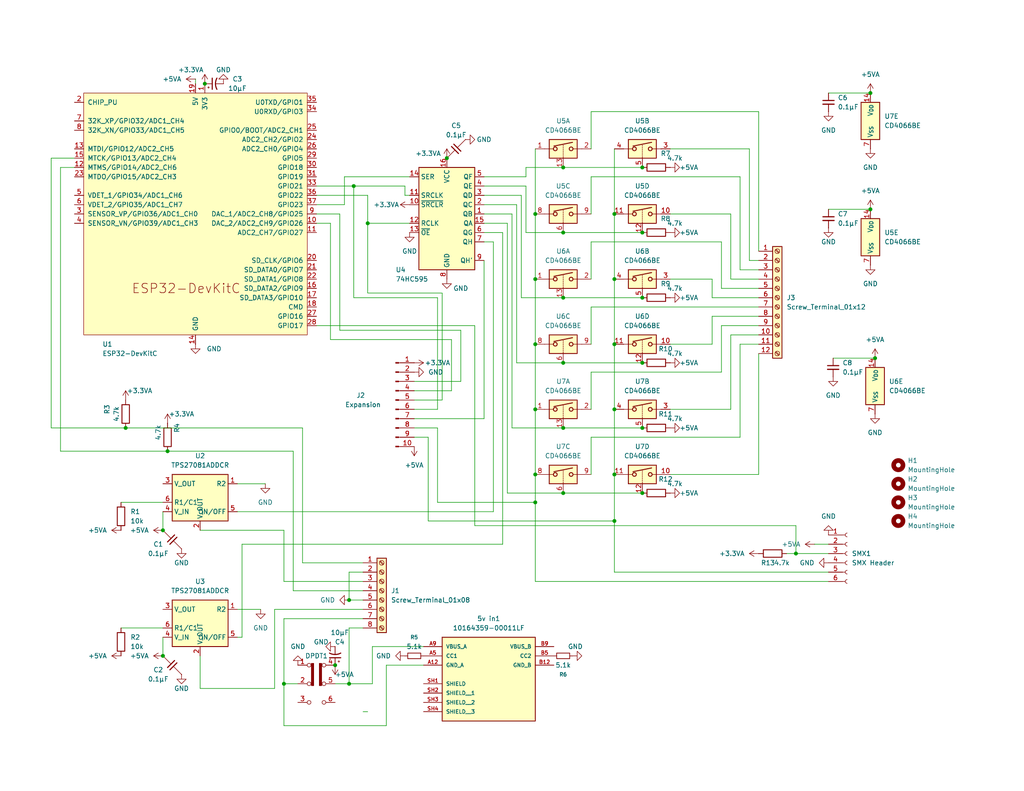
<source format=kicad_sch>
(kicad_sch (version 20250114) (generator "eeschema") (generator_version "9.0")
  (paper "USLetter")
  (title_block (title "Moisture Sensor Controller") (date "2025-08-10") (rev "1.0.0") (company "CasaKazoo") (comment 1 "Expansion header for additional sensors") (comment 2 "2 1-wire buses supported") (comment 3 "6 moisture sensors supported"))
  (junction (at 153.67 45.72))
  (junction (at 175.26 45.72))
  (junction (at 237.49 25.4))
  (junction (at 146.05 137.16))
  (junction (at 167.64 129.54))
  (junction (at 167.64 111.76))
  (junction (at 146.05 93.98))
  (junction (at 77.47 186.69))
  (junction (at 146.05 129.54))
  (junction (at 175.26 99.06))
  (junction (at 34.29 116.84))
  (junction (at 175.26 81.28))
  (junction (at 44.45 179.07))
  (junction (at 45.72 123.19))
  (junction (at 167.64 142.24))
  (junction (at 175.26 63.5))
  (junction (at 153.67 63.5))
  (junction (at 95.25 186.69))
  (junction (at 153.67 81.28))
  (junction (at 217.17 151.13))
  (junction (at 146.05 58.42))
  (junction (at 175.26 116.84))
  (junction (at 44.45 144.78))
  (junction (at 153.67 99.06))
  (junction (at 146.05 76.2))
  (junction (at 167.64 76.2))
  (junction (at 167.64 58.42))
  (junction (at 55.88 22.86))
  (junction (at 237.49 57.15))
  (junction (at 175.26 134.62))
  (junction (at 96.52 50.8))
  (junction (at 121.92 43.18))
  (junction (at 167.64 93.98))
  (junction (at 238.76 97.79))
  (junction (at 100.33 60.96))
  (junction (at 91.44 181.61))
  (junction (at 95.25 163.83))
  (junction (at 153.67 134.62))
  (junction (at 146.05 111.76))
  (junction (at 153.67 116.84))
  (wire (pts (xy 140.97 55.88) (xy 140.97 99.06)))
  (wire (pts (xy 153.67 81.28) (xy 175.26 81.28)))
  (wire (pts (xy 95.25 171.45) (xy 95.25 186.69)))
  (wire (pts (xy 161.29 93.98) (xy 161.29 83.82)))
  (wire (pts (xy 161.29 129.54) (xy 161.29 119.38)))
  (wire (pts (xy 167.64 40.64) (xy 167.64 58.42)))
  (wire (pts (xy 34.29 116.84) (xy 82.55 116.84)))
  (wire (pts (xy 201.93 119.38) (xy 201.93 93.98)))
  (wire (pts (xy 100.33 53.34) (xy 100.33 60.96)))
  (wire (pts (xy 146.05 76.2) (xy 146.05 93.98)))
  (wire (pts (xy 161.29 48.26) (xy 201.93 48.26)))
  (wire (pts (xy 139.7 116.84) (xy 153.67 116.84)))
  (wire (pts (xy 77.47 168.91) (xy 99.06 168.91)))
  (wire (pts (xy 90.17 92.71) (xy 123.19 92.71)))
  (wire (pts (xy 86.36 53.34) (xy 100.33 53.34)))
  (wire (pts (xy 143.51 48.26) (xy 143.51 45.72)))
  (wire (pts (xy 153.67 45.72) (xy 175.26 45.72)))
  (wire (pts (xy 194.31 76.2) (xy 194.31 81.28)))
  (wire (pts (xy 207.01 30.48) (xy 207.01 68.58)))
  (wire (pts (xy 153.67 99.06) (xy 175.26 99.06)))
  (wire (pts (xy 80.01 161.29) (xy 99.06 161.29)))
  (wire (pts (xy 77.47 144.78) (xy 54.61 144.78)))
  (wire (pts (xy 45.72 123.19) (xy 80.01 123.19)))
  (wire (pts (xy 66.04 173.99) (xy 64.77 173.99)))
  (wire (pts (xy 132.08 60.96) (xy 138.43 60.96)))
  (wire (pts (xy 116.84 142.24) (xy 116.84 119.38)))
  (wire (pts (xy 142.24 53.34) (xy 142.24 81.28)))
  (wire (pts (xy 99.06 194.31) (xy 100.33 194.31)))
  (wire (pts (xy 161.29 58.42) (xy 161.29 48.26)))
  (wire (pts (xy 142.24 81.28) (xy 153.67 81.28)))
  (wire (pts (xy 86.36 58.42) (xy 92.71 58.42)))
  (wire (pts (xy 13.97 116.84) (xy 34.29 116.84)))
  (wire (pts (xy 119.38 116.84) (xy 119.38 137.16)))
  (wire (pts (xy 92.71 90.17) (xy 125.73 90.17)))
  (wire (pts (xy 95.25 163.83) (xy 99.06 163.83)))
  (wire (pts (xy 167.64 142.24) (xy 167.64 156.21)))
  (wire (pts (xy 194.31 81.28) (xy 207.01 81.28)))
  (wire (pts (xy 101.6 176.53) (xy 101.6 186.69)))
  (wire (pts (xy 226.06 25.4) (xy 237.49 25.4)))
  (wire (pts (xy 120.65 80.01) (xy 120.65 109.22)))
  (wire (pts (xy 138.43 134.62) (xy 153.67 134.62)))
  (wire (pts (xy 123.19 92.71) (xy 123.19 106.68)))
  (wire (pts (xy 222.25 148.59) (xy 226.06 148.59)))
  (wire (pts (xy 66.04 148.59) (xy 137.16 148.59)))
  (wire (pts (xy 194.31 86.36) (xy 194.31 93.98)))
  (wire (pts (xy 105.41 198.12) (xy 77.47 198.12)))
  (wire (pts (xy 182.88 129.54) (xy 207.01 129.54)))
  (wire (pts (xy 137.16 63.5) (xy 137.16 148.59)))
  (wire (pts (xy 120.65 80.01) (xy 100.33 80.01)))
  (wire (pts (xy 161.29 30.48) (xy 207.01 30.48)))
  (wire (pts (xy 132.08 48.26) (xy 143.51 48.26)))
  (wire (pts (xy 66.04 148.59) (xy 66.04 173.99)))
  (wire (pts (xy 139.7 58.42) (xy 139.7 116.84)))
  (wire (pts (xy 105.41 181.61) (xy 105.41 198.12)))
  (wire (pts (xy 53.34 22.86) (xy 53.34 21.59)))
  (wire (pts (xy 132.08 50.8) (xy 143.51 50.8)))
  (wire (pts (xy 77.47 168.91) (xy 77.47 186.69)))
  (wire (pts (xy 227.33 97.79) (xy 238.76 97.79)))
  (wire (pts (xy 153.67 63.5) (xy 175.26 63.5)))
  (wire (pts (xy 167.64 156.21) (xy 226.06 156.21)))
  (wire (pts (xy 96.52 50.8) (xy 96.52 81.28)))
  (wire (pts (xy 167.64 58.42) (xy 167.64 76.2)))
  (wire (pts (xy 110.49 53.34) (xy 111.76 53.34)))
  (wire (pts (xy 204.47 40.64) (xy 204.47 71.12)))
  (wire (pts (xy 16.51 123.19) (xy 45.72 123.19)))
  (wire (pts (xy 119.38 81.28) (xy 96.52 81.28)))
  (wire (pts (xy 81.28 186.69) (xy 77.47 186.69)))
  (wire (pts (xy 116.84 119.38) (xy 113.03 119.38)))
  (wire (pts (xy 95.25 171.45) (xy 99.06 171.45)))
  (wire (pts (xy 54.61 187.96) (xy 74.93 187.96)))
  (wire (pts (xy 101.6 186.69) (xy 95.25 186.69)))
  (wire (pts (xy 167.64 129.54) (xy 167.64 142.24)))
  (wire (pts (xy 74.93 187.96) (xy 74.93 166.37)))
  (wire (pts (xy 113.03 111.76) (xy 119.38 111.76)))
  (wire (pts (xy 196.85 88.9) (xy 207.01 88.9)))
  (wire (pts (xy 64.77 132.08) (xy 72.39 132.08)))
  (wire (pts (xy 140.97 99.06) (xy 153.67 99.06)))
  (wire (pts (xy 82.55 116.84) (xy 82.55 153.67)))
  (wire (pts (xy 132.08 114.3) (xy 113.03 114.3)))
  (wire (pts (xy 199.39 111.76) (xy 199.39 91.44)))
  (wire (pts (xy 214.63 151.13) (xy 217.17 151.13)))
  (wire (pts (xy 146.05 40.64) (xy 146.05 58.42)))
  (wire (pts (xy 226.06 158.75) (xy 146.05 158.75)))
  (wire (pts (xy 77.47 158.75) (xy 99.06 158.75)))
  (wire (pts (xy 92.71 58.42) (xy 92.71 90.17)))
  (wire (pts (xy 119.38 116.84) (xy 113.03 116.84)))
  (wire (pts (xy 91.44 186.69) (xy 95.25 186.69)))
  (wire (pts (xy 64.77 139.7) (xy 134.62 139.7)))
  (wire (pts (xy 134.62 66.04) (xy 134.62 139.7)))
  (wire (pts (xy 95.25 156.21) (xy 95.25 163.83)))
  (wire (pts (xy 167.64 93.98) (xy 167.64 111.76)))
  (wire (pts (xy 204.47 71.12) (xy 207.01 71.12)))
  (wire (pts (xy 64.77 166.37) (xy 71.12 166.37)))
  (wire (pts (xy 199.39 58.42) (xy 199.39 76.2)))
  (wire (pts (xy 86.36 60.96) (xy 90.17 60.96)))
  (wire (pts (xy 201.93 93.98) (xy 207.01 93.98)))
  (wire (pts (xy 182.88 76.2) (xy 194.31 76.2)))
  (wire (pts (xy 44.45 179.07) (xy 44.45 173.99)))
  (wire (pts (xy 194.31 93.98) (xy 182.88 93.98)))
  (wire (pts (xy 146.05 137.16) (xy 146.05 158.75)))
  (wire (pts (xy 182.88 40.64) (xy 204.47 40.64)))
  (wire (pts (xy 196.85 101.6) (xy 196.85 88.9)))
  (wire (pts (xy 161.29 119.38) (xy 201.93 119.38)))
  (wire (pts (xy 33.02 137.16) (xy 44.45 137.16)))
  (wire (pts (xy 161.29 83.82) (xy 207.01 83.82)))
  (wire (pts (xy 93.98 48.26) (xy 111.76 48.26)))
  (wire (pts (xy 201.93 73.66) (xy 207.01 73.66)))
  (wire (pts (xy 86.36 55.88) (xy 93.98 55.88)))
  (wire (pts (xy 153.67 134.62) (xy 175.26 134.62)))
  (wire (pts (xy 54.61 187.96) (xy 54.61 179.07)))
  (wire (pts (xy 182.88 111.76) (xy 199.39 111.76)))
  (wire (pts (xy 13.97 43.18) (xy 13.97 116.84)))
  (wire (pts (xy 119.38 137.16) (xy 146.05 137.16)))
  (wire (pts (xy 132.08 53.34) (xy 142.24 53.34)))
  (wire (pts (xy 120.65 109.22) (xy 113.03 109.22)))
  (wire (pts (xy 86.36 50.8) (xy 96.52 50.8)))
  (wire (pts (xy 82.55 153.67) (xy 99.06 153.67)))
  (wire (pts (xy 182.88 58.42) (xy 199.39 58.42)))
  (wire (pts (xy 217.17 151.13) (xy 226.06 151.13)))
  (wire (pts (xy 132.08 71.12) (xy 132.08 114.3)))
  (wire (pts (xy 20.32 45.72) (xy 16.51 45.72)))
  (wire (pts (xy 77.47 198.12) (xy 77.47 186.69)))
  (wire (pts (xy 196.85 78.74) (xy 207.01 78.74)))
  (wire (pts (xy 199.39 76.2) (xy 207.01 76.2)))
  (wire (pts (xy 115.57 181.61) (xy 105.41 181.61)))
  (wire (pts (xy 132.08 55.88) (xy 140.97 55.88)))
  (wire (pts (xy 217.17 143.51) (xy 217.17 151.13)))
  (wire (pts (xy 146.05 111.76) (xy 146.05 129.54)))
  (wire (pts (xy 161.29 111.76) (xy 161.29 101.6)))
  (wire (pts (xy 93.98 55.88) (xy 93.98 48.26)))
  (wire (pts (xy 116.84 142.24) (xy 167.64 142.24)))
  (wire (pts (xy 207.01 129.54) (xy 207.01 96.52)))
  (wire (pts (xy 161.29 76.2) (xy 161.29 66.04)))
  (wire (pts (xy 143.51 50.8) (xy 143.51 63.5)))
  (wire (pts (xy 167.64 111.76) (xy 167.64 129.54)))
  (wire (pts (xy 196.85 66.04) (xy 196.85 78.74)))
  (wire (pts (xy 153.67 116.84) (xy 175.26 116.84)))
  (wire (pts (xy 110.49 50.8) (xy 110.49 53.34)))
  (wire (pts (xy 77.47 158.75) (xy 77.47 144.78)))
  (wire (pts (xy 100.33 60.96) (xy 111.76 60.96)))
  (wire (pts (xy 161.29 40.64) (xy 161.29 30.48)))
  (wire (pts (xy 226.06 57.15) (xy 237.49 57.15)))
  (wire (pts (xy 129.54 143.51) (xy 129.54 88.9)))
  (wire (pts (xy 125.73 104.14) (xy 113.03 104.14)))
  (wire (pts (xy 146.05 129.54) (xy 146.05 137.16)))
  (wire (pts (xy 74.93 166.37) (xy 99.06 166.37)))
  (wire (pts (xy 33.02 171.45) (xy 44.45 171.45)))
  (wire (pts (xy 143.51 45.72) (xy 153.67 45.72)))
  (wire (pts (xy 161.29 66.04) (xy 196.85 66.04)))
  (wire (pts (xy 44.45 144.78) (xy 44.45 139.7)))
  (wire (pts (xy 16.51 45.72) (xy 16.51 123.19)))
  (wire (pts (xy 167.64 76.2) (xy 167.64 93.98)))
  (wire (pts (xy 20.32 43.18) (xy 13.97 43.18)))
  (wire (pts (xy 132.08 58.42) (xy 139.7 58.42)))
  (wire (pts (xy 132.08 63.5) (xy 137.16 63.5)))
  (wire (pts (xy 138.43 60.96) (xy 138.43 134.62)))
  (wire (pts (xy 90.17 60.96) (xy 90.17 92.71)))
  (wire (pts (xy 194.31 86.36) (xy 207.01 86.36)))
  (wire (pts (xy 201.93 48.26) (xy 201.93 73.66)))
  (wire (pts (xy 115.57 176.53) (xy 101.6 176.53)))
  (wire (pts (xy 161.29 101.6) (xy 196.85 101.6)))
  (wire (pts (xy 100.33 80.01) (xy 100.33 60.96)))
  (wire (pts (xy 99.06 156.21) (xy 95.25 156.21)))
  (wire (pts (xy 123.19 106.68) (xy 113.03 106.68)))
  (wire (pts (xy 146.05 58.42) (xy 146.05 76.2)))
  (wire (pts (xy 119.38 81.28) (xy 119.38 111.76)))
  (wire (pts (xy 125.73 90.17) (xy 125.73 104.14)))
  (wire (pts (xy 96.52 50.8) (xy 110.49 50.8)))
  (wire (pts (xy 146.05 93.98) (xy 146.05 111.76)))
  (wire (pts (xy 132.08 66.04) (xy 134.62 66.04)))
  (wire (pts (xy 129.54 143.51) (xy 217.17 143.51)))
  (wire (pts (xy 80.01 123.19) (xy 80.01 161.29)))
  (wire (pts (xy 199.39 91.44) (xy 207.01 91.44)))
  (wire (pts (xy 129.54 88.9) (xy 86.36 88.9)))
  (wire (pts (xy 143.51 63.5) (xy 153.67 63.5)))
  (symbol (lib_id "Analog_Switch:CD4066BE") (at 175.26 40.64 0) (unit 2)
    (property "Reference" "U5" (at 175.26 33.02 0))
    (property "Value" "CD4066BE" (at 175.26 35.56 0))
    (property "Footprint" "Package_DIP:DIP-14_W7.62mm" (effects (hide yes)))
    (property "Datasheet" "https://www.ti.com/lit/ds/symlink/cd4066b.pdf" (effects (hide yes)))
    (property "Description" "Quad 20V analog SPST 1:1 switch, DIP-14" (effects (hide yes)))
  )
  (symbol (lib_id "power:GND") (at 226.06 62.23 0) (unit 1)
    (property "Reference" "#PWR038" (effects (hide yes)))
    (property "Value" "GND" (at 226.06 66.04 0))
    (property "Description" "Power symbol creates a global label with name \"GND\" , ground" (effects (hide yes)))
  )
  (symbol (lib_id "power:GND") (at 238.76 113.03 0) (unit 1)
    (property "Reference" "#PWR047" (effects (hide yes)))
    (property "Value" "GND" (at 238.76 118.11 0))
    (property "Description" "Power symbol creates a global label with name \"GND\" , ground" (effects (hide yes)))
  )
  (symbol (lib_id "Analog_Switch:CD4066BE") (at 153.67 58.42 0) (unit 3)
    (property "Reference" "U5" (at 153.67 50.8 0))
    (property "Value" "CD4066BE" (at 153.67 53.34 0))
    (property "Footprint" "Package_DIP:DIP-14_W7.62mm" (effects (hide yes)))
    (property "Datasheet" "https://www.ti.com/lit/ds/symlink/cd4066b.pdf" (effects (hide yes)))
    (property "Description" "Quad 20V analog SPST 1:1 switch, DIP-14" (effects (hide yes)))
  )
  (symbol (lib_id "power:GND") (at 182.88 45.72 90) (unit 1)
    (property "Reference" "#PWR029" (effects (hide yes)))
    (property "Value" "+5VA" (at 187.96 45.72 90))
    (property "Description" "Power symbol creates a global label with name \"GND\" , ground" (effects (hide yes)))
  )
  (symbol (lib_id "PCM_Espressif:ESP32-DevKitC") (at 53.34 58.42 0) (unit 1)
    (property "Reference" "U1" (at 27.94 93.98 0) (effects (justify left)))
    (property "Value" "ESP32-DevKitC" (at 27.94 96.52 0) (effects (justify left)))
    (property "Footprint" "PCM_Espressif:ESP32-DevKitC" (effects (hide yes)))
    (property "Datasheet" "https://docs.espressif.com/projects/esp-idf/zh_CN/latest/esp32/hw-reference/esp32/get-started-devkitc.html" (effects (hide yes)))
    (property "Description" "Development Kit" (effects (hide yes)))
  )
  (symbol (lib_id "Device:C_Small") (at 226.06 27.94 0) (unit 1)
    (property "Reference" "C6" (at 228.6 26.6762 0) (effects (justify left)))
    (property "Value" "0.1µF" (at 228.6 29.21 0) (effects (justify left)))
    (property "Footprint" "Capacitor_SMD:C_0805_2012Metric_Pad1.18x1.45mm_HandSolder" (effects (hide yes)))
  )
  (symbol (lib_id "USBC Assembly:10164359-00011LF") (at 133.35 181.61 0) (unit 1)
    (property "Reference" "5v in1" (at 133.35 168.91 0))
    (property "Value" "10164359-00011LF" (at 133.35 171.45 0))
    (property "Footprint" "Ians_Parts:AMPHENOL_10164359-00011LF" (effects (hide yes)))
    (property "PARTREV" "A" (effects (hide yes)))
    (property "STANDARD" "Manufacturer Recommendations" (effects (hide yes)))
    (property "MAXIMUM_PACKAGE_HEIGHT" "3.26 mm" (effects (hide yes)))
    (property "MANUFACTURER" "Amphenol" (effects (hide yes)))
  )
  (symbol (lib_id "power:GND") (at 110.49 179.07 270) (unit 1)
    (property "Reference" "#PWR019" (effects (hide yes)))
    (property "Value" "GND" (at 106.68 179.07 90) (effects (justify right)))
    (property "Description" "Power symbol creates a global label with name \"GND\" , ground" (effects (hide yes)))
  )
  (symbol (lib_id "power:GND") (at 237.49 40.64 0) (unit 1)
    (property "Reference" "#PWR043" (effects (hide yes)))
    (property "Value" "GND" (at 237.49 45.72 0))
    (property "Description" "Power symbol creates a global label with name \"GND\" , ground" (effects (hide yes)))
  )
  (symbol (lib_id "Connector:Screw_Terminal_01x08") (at 104.14 161.29 0) (unit 1)
    (property "Reference" "J1" (at 106.68 161.2899 0) (effects (justify left)))
    (property "Value" "Screw_Terminal_01x08" (at 106.68 163.8299 0) (effects (justify left)))
    (property "Footprint" "Ians_Parts:PHOENIX_1990067" (effects (hide yes)))
    (property "Datasheet" "https://mm.digikey.com/Volume0/opasdata/d220001/medias/docus/2515/COMBICON%20Spring-Cage%20PCB%20Term.%20Blocks.pdf" (effects (hide yes)))
    (property "Description" "Generic screw terminal, single row, 01x08, script generated (kicad-library-utils/schlib/autogen/connector/)" (effects (hide yes)))
  )
  (symbol (lib_id "power:GND") (at 182.88 134.62 90) (unit 1)
    (property "Reference" "#PWR034" (effects (hide yes)))
    (property "Value" "+5VA" (at 187.96 134.62 90))
    (property "Description" "Power symbol creates a global label with name \"GND\" , ground" (effects (hide yes)))
  )
  (symbol (lib_id "Analog_Switch:CD4066BE") (at 153.67 111.76 0) (unit 1)
    (property "Reference" "U7" (at 153.67 104.14 0))
    (property "Value" "CD4066BE" (at 153.67 106.68 0))
    (property "Footprint" "Package_DIP:DIP-14_W7.62mm" (effects (hide yes)))
    (property "Datasheet" "https://www.ti.com/lit/ds/symlink/cd4066b.pdf" (effects (hide yes)))
    (property "Description" "Quad 20V analog SPST 1:1 switch, DIP-14" (effects (hide yes)))
  )
  (symbol (lib_id "power:+5VA") (at 207.01 151.13 90) (unit 1)
    (property "Reference" "#PWR035" (effects (hide yes)))
    (property "Value" "+3.3VA" (at 203.2 151.1299 90) (effects (justify left)))
    (property "Description" "Power symbol creates a global label with name \"+5VA\"" (effects (hide yes)))
  )
  (symbol (lib_id "Connector:Screw_Terminal_01x12") (at 212.09 81.28 0) (unit 1)
    (property "Reference" "J3" (at 214.63 81.2799 0) (effects (justify left)))
    (property "Value" "Screw_Terminal_01x12" (at 214.63 83.8199 0) (effects (justify left)))
    (property "Footprint" "Ians_Parts:PHOENIX_1990106" (effects (hide yes)))
    (property "Datasheet" "https://mm.digikey.com/Volume0/opasdata/d220001/medias/docus/2515/COMBICON%20Spring-Cage%20PCB%20Term.%20Blocks.pdf" (effects (hide yes)))
    (property "Description" "Generic screw terminal, single row, 01x12, script generated (kicad-library-utils/schlib/autogen/connector/)" (effects (hide yes)))
  )
  (symbol (lib_id "power:+3.3VA") (at 121.92 43.18 0) (unit 1)
    (property "Reference" "#PWR025" (effects (hide yes)))
    (property "Value" "+3.3VA" (at 116.84 41.91 0))
    (property "Description" "Power symbol creates a global label with name \"+3.3VA\"" (effects (hide yes)))
  )
  (symbol (lib_id "power:GND") (at 182.88 99.06 90) (unit 1)
    (property "Reference" "#PWR032" (effects (hide yes)))
    (property "Value" "+5VA" (at 187.96 99.06 90))
    (property "Description" "Power symbol creates a global label with name \"GND\" , ground" (effects (hide yes)))
  )
  (symbol (lib_id "power:GND") (at 227.33 102.87 0) (unit 1)
    (property "Reference" "#PWR041" (effects (hide yes)))
    (property "Value" "GND" (at 227.33 107.95 0))
    (property "Description" "Power symbol creates a global label with name \"GND\" , ground" (effects (hide yes)))
  )
  (symbol (lib_id "Device:R_Small") (at 153.67 179.07 270) (unit 1)
    (property "Reference" "R6" (at 153.67 184.15 90) (effects (font (size 1.016 1.016))))
    (property "Value" "5.1k" (at 153.67 181.61 90))
    (property "Footprint" "Resistor_SMD:R_1206_3216Metric_Pad1.30x1.75mm_HandSolder" (effects (hide yes)))
  )
  (symbol (lib_id "power:GND") (at 95.25 163.83 270) (unit 1)
    (property "Reference" "#PWR018" (effects (hide yes)))
    (property "Value" "GND" (at 91.44 163.83 90) (effects (justify right)))
    (property "Description" "Power symbol creates a global label with name \"GND\" , ground" (effects (hide yes)))
  )
  (symbol (lib_id "Device:R") (at 179.07 81.28 90) (unit 1)
    (property "Reference" "R9" (at 181.61 77.47 90))
    (property "Value" "4.7k" (at 184.15 78.74 90))
    (property "Footprint" "Resistor_SMD:R_1206_3216Metric_Pad1.30x1.75mm_HandSolder" (effects (hide yes)))
  )
  (symbol (lib_id "Analog_Switch:CD4066BE") (at 237.49 33.02 0) (unit 5)
    (property "Reference" "U7" (at 241.3 31.7499 0) (effects (justify left)))
    (property "Value" "CD4066BE" (at 241.3 34.2899 0) (effects (justify left)))
    (property "Footprint" "Package_DIP:DIP-14_W7.62mm" (effects (hide yes)))
    (property "Datasheet" "https://www.ti.com/lit/ds/symlink/cd4066b.pdf" (effects (hide yes)))
    (property "Description" "Quad 20V analog SPST 1:1 switch, DIP-14" (effects (hide yes)))
  )
  (symbol (lib_id "power:GND") (at 182.88 81.28 90) (unit 1)
    (property "Reference" "#PWR031" (effects (hide yes)))
    (property "Value" "+5VA" (at 187.96 81.28 90))
    (property "Description" "Power symbol creates a global label with name \"GND\" , ground" (effects (hide yes)))
  )
  (symbol (lib_id "power:GND") (at 60.96 22.86 180) (unit 1)
    (property "Reference" "#PWR012" (effects (hide yes)))
    (property "Value" "GND" (at 60.96 19.05 0))
    (property "Description" "Power symbol creates a global label with name \"GND\" , ground" (effects (hide yes)))
  )
  (symbol (lib_name "TPS27081ADDCR_1") (lib_id "Switch:TPS27081ADDCR") (at 54.61 168.91 0) (unit 1)
    (property "Reference" "U3" (at 54.61 158.75 0))
    (property "Value" "TPS27081ADDCR" (at 54.61 161.29 0))
    (property "Footprint" "Package_TO_SOT_SMD:SOT-23-6" (effects (hide yes)))
    (property "Datasheet" "https://www.ti.com/lit/ds/symlink/tps27081a.pdf?HQS=dis-dk-null-digikeymode-dsf-pf-null-wwe&ts=1754869477035&ref_url=https%253A%252F%252Fwww.ti.com%252Fgeneral%252Fdocs%252Fsuppproductinfo.tsp%253FdistId%253D10%2526gotoUrl%253Dhttps%253A%252F%252Fwww.ti.com%252Flit%252Fgpn%252Ftps27081a" (effects (hide yes)))
    (property "Description" "x1.2-V to 8-V, 3-A PFET High-Side Load Switch With Level Shift and Adjustable Slew Rate Control" (effects (hide yes)))
  )
  (symbol (lib_id "power:GND") (at 182.88 63.5 90) (unit 1)
    (property "Reference" "#PWR030" (effects (hide yes)))
    (property "Value" "+5VA" (at 187.96 63.5 90))
    (property "Description" "Power symbol creates a global label with name \"GND\" , ground" (effects (hide yes)))
  )
  (symbol (lib_id "Mechanical:MountingHole") (at 245.11 137.16 0) (unit 1) (in_bom no)
    (property "Reference" "H3" (at 247.65 135.8899 0) (effects (justify left)))
    (property "Value" "MountingHole" (at 247.65 138.4299 0) (effects (justify left)))
    (property "Footprint" "MountingHole:MountingHole_2.7mm_M2.5_ISO14580" (effects (hide yes)))
    (property "Description" "Mounting Hole without connection" (effects (hide yes)))
  )
  (symbol (lib_id "power:GND") (at 182.88 116.84 90) (unit 1)
    (property "Reference" "#PWR033" (effects (hide yes)))
    (property "Value" "+5VA" (at 187.96 116.84 90))
    (property "Description" "Power symbol creates a global label with name \"GND\" , ground" (effects (hide yes)))
  )
  (symbol (lib_id "Analog_Switch:CD4066BE") (at 175.26 93.98 0) (unit 4)
    (property "Reference" "U6" (at 175.26 86.36 0))
    (property "Value" "CD4066BE" (at 175.26 88.9 0))
    (property "Footprint" "Package_DIP:DIP-14_W7.62mm" (effects (hide yes)))
    (property "Datasheet" "https://www.ti.com/lit/ds/symlink/cd4066b.pdf" (effects (hide yes)))
    (property "Description" "Quad 20V analog SPST 1:1 switch, DIP-14" (effects (hide yes)))
  )
  (symbol (lib_id "power:GND") (at 226.06 146.05 180) (unit 1)
    (property "Reference" "#PWR039" (effects (hide yes)))
    (property "Value" "GND" (at 226.06 140.97 0))
    (property "Description" "Power symbol creates a global label with name \"GND\" , ground" (effects (hide yes)))
  )
  (symbol (lib_id "Device:C_Polarized_Small_US") (at 91.44 179.07 180) (unit 1)
    (property "Reference" "C4" (at 92.71 175.26 0))
    (property "Value" "10µF" (at 92.71 172.72 0))
    (property "Footprint" "Capacitor_THT:CP_Radial_D5.0mm_P2.50mm" (effects (hide yes)))
    (property "Datasheet" "https://www.rubycon.co.jp/wp-content/uploads/catalog-aluminum/YXJ.pdf" (effects (hide yes)))
    (property "Description" "Polarized capacitor, 50v" (effects (hide yes)))
  )
  (symbol (lib_id "Analog_Switch:CD4066BE") (at 175.26 58.42 0) (unit 4)
    (property "Reference" "U5" (at 175.26 50.8 0))
    (property "Value" "CD4066BE" (at 175.26 53.34 0))
    (property "Footprint" "Package_DIP:DIP-14_W7.62mm" (effects (hide yes)))
    (property "Datasheet" "https://www.ti.com/lit/ds/symlink/cd4066b.pdf" (effects (hide yes)))
    (property "Description" "Quad 20V analog SPST 1:1 switch, DIP-14" (effects (hide yes)))
  )
  (symbol (lib_id "power:+5VA") (at 91.44 181.61 180) (unit 1)
    (property "Reference" "#PWR017" (effects (hide yes)))
    (property "Value" "+5VA" (at 93.98 184.15 0))
    (property "Description" "Power symbol creates a global label with name \"+5VA\"" (effects (hide yes)))
  )
  (symbol (lib_id "power:+5VA") (at 44.45 144.78 90) (unit 1)
    (property "Reference" "#PWR04" (effects (hide yes)))
    (property "Value" "+5VA" (at 40.64 144.7799 90) (effects (justify left)))
    (property "Description" "Power symbol creates a global label with name \"+5VA\"" (effects (hide yes)))
  )
  (symbol (lib_id "Analog_Switch:CD4066BE") (at 175.26 129.54 0) (unit 4)
    (property "Reference" "U7" (at 175.26 121.92 0))
    (property "Value" "CD4066BE" (at 175.26 124.46 0))
    (property "Footprint" "Package_DIP:DIP-14_W7.62mm" (effects (hide yes)))
    (property "Datasheet" "https://www.ti.com/lit/ds/symlink/cd4066b.pdf" (effects (hide yes)))
    (property "Description" "Quad 20V analog SPST 1:1 switch, DIP-14" (effects (hide yes)))
  )
  (symbol (lib_id "Analog_Switch:CD4066BE") (at 238.76 105.41 0) (unit 5)
    (property "Reference" "U6" (at 242.57 104.1399 0) (effects (justify left)))
    (property "Value" "CD4066BE" (at 242.57 106.6799 0) (effects (justify left)))
    (property "Footprint" "Package_DIP:DIP-14_W7.62mm" (effects (hide yes)))
    (property "Datasheet" "https://www.ti.com/lit/ds/symlink/cd4066b.pdf" (effects (hide yes)))
    (property "Description" "Quad 20V analog SPST 1:1 switch, DIP-14" (effects (hide yes)))
  )
  (symbol (lib_id "Device:R") (at 179.07 134.62 90) (unit 1)
    (property "Reference" "R12" (at 181.61 130.81 90))
    (property "Value" "4.7k" (at 184.15 132.08 90))
    (property "Footprint" "Resistor_SMD:R_1206_3216Metric_Pad1.30x1.75mm_HandSolder" (effects (hide yes)))
  )
  (symbol (lib_id "power:GND") (at 49.53 184.15 0) (unit 1)
    (property "Reference" "#PWR08" (effects (hide yes)))
    (property "Value" "GND" (at 49.53 187.96 0))
    (property "Description" "Power symbol creates a global label with name \"GND\" , ground" (effects (hide yes)))
  )
  (symbol (lib_id "Analog_Switch:CD4066BE") (at 175.26 76.2 0) (unit 2)
    (property "Reference" "U6" (at 175.26 68.58 0))
    (property "Value" "CD4066BE" (at 175.26 71.12 0))
    (property "Footprint" "Package_DIP:DIP-14_W7.62mm" (effects (hide yes)))
    (property "Datasheet" "https://www.ti.com/lit/ds/symlink/cd4066b.pdf" (effects (hide yes)))
    (property "Description" "Quad 20V analog SPST 1:1 switch, DIP-14" (effects (hide yes)))
  )
  (symbol (lib_id "power:+5VA") (at 222.25 148.59 90) (unit 1)
    (property "Reference" "#PWR036" (effects (hide yes)))
    (property "Value" "+5VA" (at 218.44 148.5899 90) (effects (justify left)))
    (property "Description" "Power symbol creates a global label with name \"+5VA\"" (effects (hide yes)))
  )
  (symbol (lib_id "power:+5VA") (at 237.49 25.4 0) (unit 1)
    (property "Reference" "#PWR042" (effects (hide yes)))
    (property "Value" "+5VA" (at 237.49 20.32 0))
    (property "Description" "Power symbol creates a global label with name \"+5VA\"" (effects (hide yes)))
  )
  (symbol (lib_id "power:GND") (at 121.92 76.2 0) (unit 1)
    (property "Reference" "#PWR026" (effects (hide yes)))
    (property "Value" "GND" (at 125.73 78.74 0))
    (property "Description" "Power symbol creates a global label with name \"GND\" , ground" (effects (hide yes)))
  )
  (symbol (lib_id "Mechanical:MountingHole") (at 245.11 132.08 0) (unit 1) (in_bom no)
    (property "Reference" "H2" (at 247.65 130.8099 0) (effects (justify left)))
    (property "Value" "MountingHole" (at 247.65 133.3499 0) (effects (justify left)))
    (property "Footprint" "MountingHole:MountingHole_2.7mm_M2.5_ISO14580" (effects (hide yes)))
    (property "Description" "Mounting Hole without connection" (effects (hide yes)))
  )
  (symbol (lib_id "Connector:Conn_01x10_Pin") (at 107.95 109.22 0) (unit 1)
    (property "Reference" "J2" (at 98.425 107.95 0))
    (property "Value" "Expansion" (at 99.06 110.49 0))
    (property "Footprint" "Connector_Molex:Molex_SL_171971-0010_1x10_P2.54mm_Vertical" (effects (hide yes)))
    (property "Datasheet" "https://www.molex.com/content/dam/molex/molex-dot-com/products/automated/en-us/salesdrawingpdf/705/70543/705430042_sd.pdf?inline" (effects (hide yes)))
    (property "Description" "Generic connector, single row, 01x10, script generated" (effects (hide yes)))
  )
  (symbol (lib_id "Device:C_45deg") (at 124.46 40.64 90) (unit 1)
    (property "Reference" "C5" (at 124.46 34.29 90))
    (property "Value" "0.1µF" (at 124.46 36.83 90))
    (property "Footprint" "Capacitor_SMD:C_0805_2012Metric_Pad1.18x1.45mm_HandSolder" (effects (hide yes)))
  )
  (symbol (lib_id "power:+3.3VA") (at 55.88 22.86 0) (unit 1)
    (property "Reference" "#PWR011" (effects (hide yes)))
    (property "Value" "+3.3VA" (at 52.07 19.05 0))
    (property "Description" "Power symbol creates a global label with name \"+3.3VA\"" (effects (hide yes)))
  )
  (symbol (lib_id "Device:R") (at 33.02 140.97 0) (unit 1)
    (property "Reference" "R1" (at 35.56 139.6999 0) (effects (justify left)))
    (property "Value" "10k" (at 35.56 142.2399 0) (effects (justify left)))
    (property "Footprint" "Resistor_SMD:R_1206_3216Metric_Pad1.30x1.75mm_HandSolder" (effects (hide yes)))
  )
  (symbol (lib_id "Analog_Switch:CD4066BE") (at 153.67 93.98 0) (unit 3)
    (property "Reference" "U6" (at 153.67 86.36 0))
    (property "Value" "CD4066BE" (at 153.67 88.9 0))
    (property "Footprint" "Package_DIP:DIP-14_W7.62mm" (effects (hide yes)))
    (property "Datasheet" "https://www.ti.com/lit/ds/symlink/cd4066b.pdf" (effects (hide yes)))
    (property "Description" "Quad 20V analog SPST 1:1 switch, DIP-14" (effects (hide yes)))
  )
  (symbol (lib_id "power:GND") (at 156.21 179.07 90) (unit 1)
    (property "Reference" "#PWR028" (effects (hide yes)))
    (property "Value" "GND" (at 154.94 176.53 90) (effects (justify right)))
    (property "Description" "Power symbol creates a global label with name \"GND\" , ground" (effects (hide yes)))
  )
  (symbol (lib_id "Device:R") (at 179.07 63.5 90) (unit 1)
    (property "Reference" "R8" (at 181.61 59.69 90))
    (property "Value" "4.7k" (at 184.15 60.96 90))
    (property "Footprint" "Resistor_SMD:R_1206_3216Metric_Pad1.30x1.75mm_HandSolder" (effects (hide yes)))
  )
  (symbol (lib_id "Analog_Switch:CD4066BE") (at 153.67 40.64 0) (unit 1)
    (property "Reference" "U5" (at 153.67 33.02 0))
    (property "Value" "CD4066BE" (at 153.67 35.56 0))
    (property "Footprint" "Package_DIP:DIP-14_W7.62mm" (effects (hide yes)))
    (property "Datasheet" "https://www.ti.com/lit/ds/symlink/cd4066b.pdf" (effects (hide yes)))
    (property "Description" "Quad 20V analog SPST 1:1 switch, DIP-14" (effects (hide yes)))
  )
  (symbol (lib_id "Analog_Switch:CD4066BE") (at 175.26 111.76 0) (unit 2)
    (property "Reference" "U7" (at 175.26 104.14 0))
    (property "Value" "CD4066BE" (at 175.26 106.68 0))
    (property "Footprint" "Package_DIP:DIP-14_W7.62mm" (effects (hide yes)))
    (property "Datasheet" "https://www.ti.com/lit/ds/symlink/cd4066b.pdf" (effects (hide yes)))
    (property "Description" "Quad 20V analog SPST 1:1 switch, DIP-14" (effects (hide yes)))
  )
  (symbol (lib_id "power:+5VA") (at 53.34 21.59 90) (unit 1)
    (property "Reference" "#PWR09" (effects (hide yes)))
    (property "Value" "+5VA" (at 49.53 21.5899 90) (effects (justify left)))
    (property "Description" "Power symbol creates a global label with name \"+5VA\"" (effects (hide yes)))
  )
  (symbol (lib_id "Device:R") (at 33.02 175.26 0) (unit 1)
    (property "Reference" "R2" (at 35.56 173.9899 0) (effects (justify left)))
    (property "Value" "10k" (at 35.56 176.5299 0) (effects (justify left)))
    (property "Footprint" "Resistor_SMD:R_1206_3216Metric_Pad1.30x1.75mm_HandSolder" (effects (hide yes)))
  )
  (symbol (lib_id "Device:C_Small") (at 227.33 100.33 0) (unit 1)
    (property "Reference" "C8" (at 229.87 99.0662 0) (effects (justify left)))
    (property "Value" "0.1µF" (at 229.87 101.6062 0) (effects (justify left)))
    (property "Footprint" "Capacitor_SMD:C_0805_2012Metric_Pad1.18x1.45mm_HandSolder" (effects (hide yes)))
  )
  (symbol (lib_id "power:GND") (at 226.06 153.67 270) (unit 1)
    (property "Reference" "#PWR040" (effects (hide yes)))
    (property "Value" "GND" (at 222.25 153.6699 90) (effects (justify right)))
    (property "Description" "Power symbol creates a global label with name \"GND\" , ground" (effects (hide yes)))
  )
  (symbol (lib_id "power:+3.3VA") (at 111.76 55.88 90) (unit 1)
    (property "Reference" "#PWR020" (effects (hide yes)))
    (property "Value" "+3.3VA" (at 105.41 55.88 90))
    (property "Description" "Power symbol creates a global label with name \"+3.3VA\"" (effects (hide yes)))
  )
  (symbol (lib_id "Switch:SW_Slide_DPDT") (at 86.36 186.69 0) (unit 1)
    (property "Reference" "DPDT1" (at 86.36 179.07 0))
    (property "Value" "SW_Slide_DPDT" (effects (hide yes)))
    (property "Footprint" "Ians_Parts:DPDT Slide switch - CL-SB-22C-02" (effects (hide yes)))
    (property "Datasheet" "https://www.nidec-components.com/e/catalog/switch/cl-sb.pdf" (effects (hide yes)))
    (property "Description" "Slide Switch, dual pole double throw" (effects (hide yes)))
  )
  (symbol (lib_id "Mechanical:MountingHole") (at 245.11 142.24 0) (unit 1) (in_bom no)
    (property "Reference" "H4" (at 247.65 140.9699 0) (effects (justify left)))
    (property "Value" "MountingHole" (at 247.65 143.5099 0) (effects (justify left)))
    (property "Footprint" "MountingHole:MountingHole_2.7mm_M2.5_ISO14580" (effects (hide yes)))
    (property "Description" "Mounting Hole without connection" (effects (hide yes)))
  )
  (symbol (lib_id "power:GND") (at 53.34 93.98 0) (unit 1)
    (property "Reference" "#PWR010" (effects (hide yes)))
    (property "Value" "GND" (at 58.42 95.25 0))
    (property "Description" "Power symbol creates a global label with name \"GND\" , ground" (effects (hide yes)))
  )
  (symbol (lib_id "power:+5VA") (at 33.02 144.78 90) (unit 1)
    (property "Reference" "#PWR01" (effects (hide yes)))
    (property "Value" "+5VA" (at 29.21 144.7799 90) (effects (justify left)))
    (property "Description" "Power symbol creates a global label with name \"+5VA\"" (effects (hide yes)))
  )
  (symbol (lib_id "Device:R") (at 210.82 151.13 90) (unit 1)
    (property "Reference" "R13" (at 209.55 153.67 90))
    (property "Value" "4.7k" (at 213.36 153.67 90))
    (property "Footprint" "Resistor_SMD:R_1206_3216Metric_Pad1.30x1.75mm_HandSolder" (effects (hide yes)))
  )
  (symbol (lib_id "power:+3.3VA") (at 34.29 109.22 0) (unit 1)
    (property "Reference" "#PWR03" (effects (hide yes)))
    (property "Value" "+3.3VA" (at 38.1 106.68 0))
    (property "Description" "Power symbol creates a global label with name \"+3.3VA\"" (effects (hide yes)))
  )
  (symbol (lib_id "Device:C_Small") (at 226.06 59.69 0) (unit 1)
    (property "Reference" "C7" (at 228.6 58.4262 0) (effects (justify left)))
    (property "Value" "0.1µF" (at 228.6 60.9662 0) (effects (justify left)))
    (property "Footprint" "Capacitor_SMD:C_0805_2012Metric_Pad1.18x1.45mm_HandSolder" (effects (hide yes)))
  )
  (symbol (lib_id "Device:R_Small") (at 113.03 179.07 90) (unit 1)
    (property "Reference" "R5" (at 113.03 173.99 90) (effects (font (size 1.016 1.016))))
    (property "Value" "5.1k" (at 113.03 176.53 90))
    (property "Footprint" "Resistor_SMD:R_1206_3216Metric_Pad1.30x1.75mm_HandSolder" (effects (hide yes)))
  )
  (symbol (lib_id "Device:R") (at 179.07 45.72 90) (unit 1)
    (property "Reference" "R7" (at 181.61 41.91 90))
    (property "Value" "4.7k" (at 184.15 43.18 90))
    (property "Footprint" "Resistor_SMD:R_1206_3216Metric_Pad1.30x1.75mm_HandSolder" (effects (hide yes)))
  )
  (symbol (lib_id "power:GND") (at 113.03 101.6 90) (unit 1)
    (property "Reference" "#PWR023" (effects (hide yes)))
    (property "Value" "GND" (at 116.84 101.5999 90) (effects (justify right)))
    (property "Description" "Power symbol creates a global label with name \"GND\" , ground" (effects (hide yes)))
  )
  (symbol (lib_id "Switch:TPS27081ADDCR") (at 54.61 134.62 0) (unit 1)
    (property "Reference" "U2" (at 54.61 124.46 0))
    (property "Value" "TPS27081ADDCR" (at 54.61 127 0))
    (property "Footprint" "Package_TO_SOT_SMD:SOT-23-6" (effects (hide yes)))
    (property "Datasheet" "https://www.ti.com/lit/ds/symlink/tps27081a.pdf?HQS=dis-dk-null-digikeymode-dsf-pf-null-wwe&ts=1754869477035&ref_url=https%253A%252F%252Fwww.ti.com%252Fgeneral%252Fdocs%252Fsuppproductinfo.tsp%253FdistId%253D10%2526gotoUrl%253Dhttps%253A%252F%252Fwww.ti.com%252Flit%252Fgpn%252Ftps27081a" (effects (hide yes)))
    (property "Description" "x1.2-V to 8-V, 3-A PFET High-Side Load Switch With Level Shift and Adjustable Slew Rate Control" (effects (hide yes)))
  )
  (symbol (lib_id "Analog_Switch:CD4066BE") (at 153.67 76.2 0) (unit 1)
    (property "Reference" "U6" (at 153.67 68.58 0))
    (property "Value" "CD4066BE" (at 153.67 71.12 0))
    (property "Footprint" "Package_DIP:DIP-14_W7.62mm" (effects (hide yes)))
    (property "Datasheet" "https://www.ti.com/lit/ds/symlink/cd4066b.pdf" (effects (hide yes)))
    (property "Description" "Quad 20V analog SPST 1:1 switch, DIP-14" (effects (hide yes)))
  )
  (symbol (lib_id "Device:R") (at 34.29 113.03 180) (unit 1)
    (property "Reference" "R3" (at 29.21 111.76 90))
    (property "Value" "4.7k" (at 31.75 113.03 90))
    (property "Footprint" "Resistor_SMD:R_1206_3216Metric_Pad1.30x1.75mm_HandSolder" (effects (hide yes)))
  )
  (symbol (lib_id "Analog_Switch:CD4066BE") (at 153.67 129.54 0) (unit 3)
    (property "Reference" "U7" (at 153.67 121.92 0))
    (property "Value" "CD4066BE" (at 153.67 124.46 0))
    (property "Footprint" "Package_DIP:DIP-14_W7.62mm" (effects (hide yes)))
    (property "Datasheet" "https://www.ti.com/lit/ds/symlink/cd4066b.pdf" (effects (hide yes)))
    (property "Description" "Quad 20V analog SPST 1:1 switch, DIP-14" (effects (hide yes)))
  )
  (symbol (lib_id "power:+5VA") (at 33.02 179.07 90) (unit 1)
    (property "Reference" "#PWR02" (effects (hide yes)))
    (property "Value" "+5VA" (at 29.21 179.0699 90) (effects (justify left)))
    (property "Description" "Power symbol creates a global label with name \"+5VA\"" (effects (hide yes)))
  )
  (symbol (lib_id "power:GND") (at 111.76 63.5 0) (unit 1)
    (property "Reference" "#PWR021" (effects (hide yes)))
    (property "Value" "GND" (at 111.76 68.58 0))
    (property "Description" "Power symbol creates a global label with name \"GND\" , ground" (effects (hide yes)))
  )
  (symbol (lib_id "power:GND") (at 81.28 181.61 180) (unit 1)
    (property "Reference" "#PWR015" (effects (hide yes)))
    (property "Value" "GND" (at 81.28 176.53 0))
    (property "Description" "Power symbol creates a global label with name \"GND\" , ground" (effects (hide yes)))
  )
  (symbol (lib_id "power:GND") (at 71.12 166.37 0) (unit 1)
    (property "Reference" "#PWR013" (effects (hide yes)))
    (property "Value" "GND" (at 71.12 171.45 0))
    (property "Description" "Power symbol creates a global label with name \"GND\" , ground" (effects (hide yes)))
  )
  (symbol (lib_id "power:+5VA") (at 113.03 121.92 180) (unit 1)
    (property "Reference" "#PWR024" (effects (hide yes)))
    (property "Value" "+5VA" (at 113.03 127 0))
    (property "Description" "Power symbol creates a global label with name \"+5VA\"" (effects (hide yes)))
  )
  (symbol (lib_id "Analog_Switch:CD4066BE") (at 237.49 64.77 0) (unit 5)
    (property "Reference" "U5" (at 241.3 63.4999 0) (effects (justify left)))
    (property "Value" "CD4066BE" (at 241.3 66.0399 0) (effects (justify left)))
    (property "Footprint" "Package_DIP:DIP-14_W7.62mm" (effects (hide yes)))
    (property "Datasheet" "https://www.ti.com/lit/ds/symlink/cd4066b.pdf" (effects (hide yes)))
    (property "Description" "Quad 20V analog SPST 1:1 switch, DIP-14" (effects (hide yes)))
  )
  (symbol (lib_id "power:GND") (at 49.53 149.86 0) (unit 1)
    (property "Reference" "#PWR07" (effects (hide yes)))
    (property "Value" "GND" (at 49.53 153.67 0))
    (property "Description" "Power symbol creates a global label with name \"GND\" , ground" (effects (hide yes)))
  )
  (symbol (lib_id "Device:R") (at 179.07 99.06 90) (unit 1)
    (property "Reference" "R10" (at 181.61 95.25 90))
    (property "Value" "4.7k" (at 184.15 96.52 90))
    (property "Footprint" "Resistor_SMD:R_1206_3216Metric_Pad1.30x1.75mm_HandSolder" (effects (hide yes)))
  )
  (symbol (lib_id "Device:C_Polarized_Small_US") (at 58.42 22.86 90) (unit 1)
    (property "Reference" "C3" (at 64.77 21.59 90))
    (property "Value" "10µF" (at 64.77 24.13 90))
    (property "Footprint" "Capacitor_THT:CP_Radial_D5.0mm_P2.50mm" (effects (hide yes)))
    (property "Description" "Polarized capacitor, 50v" (effects (hide yes)))
  )
  (symbol (lib_id "power:+5VA") (at 237.49 57.15 0) (unit 1)
    (property "Reference" "#PWR044" (effects (hide yes)))
    (property "Value" "+5VA" (at 237.49 52.07 0))
    (property "Description" "Power symbol creates a global label with name \"+5VA\"" (effects (hide yes)))
  )
  (symbol (lib_id "power:+5VA") (at 238.76 97.79 0) (unit 1)
    (property "Reference" "#PWR046" (effects (hide yes)))
    (property "Value" "+5VA" (at 238.76 92.71 0))
    (property "Description" "Power symbol creates a global label with name \"+5VA\"" (effects (hide yes)))
  )
  (symbol (lib_id "Device:R") (at 45.72 119.38 180) (unit 1)
    (property "Reference" "R4" (at 48.26 116.84 90))
    (property "Value" "4.7k" (at 43.18 118.11 90))
    (property "Footprint" "Resistor_SMD:R_1206_3216Metric_Pad1.30x1.75mm_HandSolder" (effects (hide yes)))
  )
  (symbol (lib_id "power:GND") (at 72.39 132.08 0) (unit 1)
    (property "Reference" "#PWR014" (effects (hide yes)))
    (property "Value" "GND" (at 72.39 137.16 0))
    (property "Description" "Power symbol creates a global label with name \"GND\" , ground" (effects (hide yes)))
  )
  (symbol (lib_id "power:GND") (at 127 38.1 90) (unit 1)
    (property "Reference" "#PWR027" (effects (hide yes)))
    (property "Value" "GND" (at 132.08 38.1 90))
    (property "Description" "Power symbol creates a global label with name \"GND\" , ground" (effects (hide yes)))
  )
  (symbol (lib_id "power:+5VA") (at 44.45 179.07 90) (unit 1)
    (property "Reference" "#PWR05" (effects (hide yes)))
    (property "Value" "+5VA" (at 40.64 179.0699 90) (effects (justify left)))
    (property "Description" "Power symbol creates a global label with name \"+5VA\"" (effects (hide yes)))
  )
  (symbol (lib_id "Device:C_45deg") (at 46.99 147.32 0) (unit 1)
    (property "Reference" "C1" (at 43.18 148.59 0))
    (property "Value" "0.1µF" (at 43.18 151.13 0))
    (property "Footprint" "Capacitor_SMD:C_0805_2012Metric_Pad1.18x1.45mm_HandSolder" (effects (hide yes)))
  )
  (symbol (lib_id "Mechanical:MountingHole") (at 245.11 127 0) (unit 1) (in_bom no)
    (property "Reference" "H1" (at 247.65 125.7299 0) (effects (justify left)))
    (property "Value" "MountingHole" (at 247.65 128.2699 0) (effects (justify left)))
    (property "Footprint" "MountingHole:MountingHole_2.7mm_M2.5_ISO14580" (effects (hide yes)))
    (property "Description" "Mounting Hole without connection" (effects (hide yes)))
  )
  (symbol (lib_id "power:GND") (at 91.44 176.53 270) (unit 1)
    (property "Reference" "#PWR016" (effects (hide yes)))
    (property "Value" "GND" (at 87.63 175.26 90))
    (property "Description" "Power symbol creates a global label with name \"GND\" , ground" (effects (hide yes)))
  )
  (symbol (lib_id "Device:C_45deg") (at 46.99 181.61 0) (unit 1)
    (property "Reference" "C2" (at 43.18 182.88 0))
    (property "Value" "0.1µF" (at 43.18 185.42 0))
    (property "Footprint" "Capacitor_SMD:C_0805_2012Metric_Pad1.18x1.45mm_HandSolder" (effects (hide yes)))
  )
  (symbol (lib_id "power:+3.3VA") (at 45.72 115.57 0) (unit 1)
    (property "Reference" "#PWR06" (effects (hide yes)))
    (property "Value" "+3.3VA" (at 49.53 113.03 0))
    (property "Description" "Power symbol creates a global label with name \"+3.3VA\"" (effects (hide yes)))
  )
  (symbol (lib_id "power:+3.3VA") (at 113.03 99.06 270) (unit 1)
    (property "Reference" "#PWR022" (effects (hide yes)))
    (property "Value" "+3.3VA" (at 119.38 99.06 90))
    (property "Description" "Power symbol creates a global label with name \"+3.3VA\"" (effects (hide yes)))
  )
  (symbol (lib_id "power:GND") (at 226.06 30.48 0) (unit 1)
    (property "Reference" "#PWR037" (effects (hide yes)))
    (property "Value" "GND" (at 226.06 35.56 0))
    (property "Datasheet" "https://www.vishay.com/docs/45164/aseries.pdf" (effects (hide yes)))
    (property "Description" "Power symbol creates a global label with name \"GND\" , ground" (effects (hide yes)))
  )
  (symbol (lib_id "power:GND") (at 237.49 72.39 0) (unit 1)
    (property "Reference" "#PWR045" (effects (hide yes)))
    (property "Value" "GND" (at 237.49 77.47 0))
    (property "Description" "Power symbol creates a global label with name \"GND\" , ground" (effects (hide yes)))
  )
  (symbol (lib_id "Connector:Conn_01x06_Socket") (at 231.14 151.13 0) (unit 1)
    (property "Reference" "SMX1" (at 232.41 151.1299 0) (effects (justify left)))
    (property "Value" "SMX Header" (at 232.41 153.6699 0) (effects (justify left)))
    (property "Footprint" "Connector_PinSocket_2.54mm:PinSocket_1x06_P2.54mm_Vertical" (effects (hide yes)))
    (property "Description" "Generic connector, single row, 01x06, script generated" (effects (hide yes)))
  )
  (symbol (lib_id "74xx:74HC595") (at 121.92 58.42 0) (unit 1)
    (property "Reference" "U4" (at 107.95 73.66 0) (effects (justify left)))
    (property "Value" "74HC595" (at 107.95 76.2 0) (effects (justify left)))
    (property "Footprint" "Package_DIP:DIP-16_W7.62mm_Socket" (effects (hide yes)))
    (property "Datasheet" "http://www.ti.com/lit/ds/symlink/sn74hc595.pdf" (effects (hide yes)))
    (property "Description" "8-bit serial in/out Shift Register 3-State Outputs" (effects (hide yes)))
  )
  (symbol (lib_id "Device:R") (at 179.07 116.84 90) (unit 1)
    (property "Reference" "R11" (at 181.61 113.03 90))
    (property "Value" "4.7k" (at 184.15 114.3 90))
    (property "Footprint" "Resistor_SMD:R_1206_3216Metric_Pad1.30x1.75mm_HandSolder" (effects (hide yes)))
  )
)
</source>
